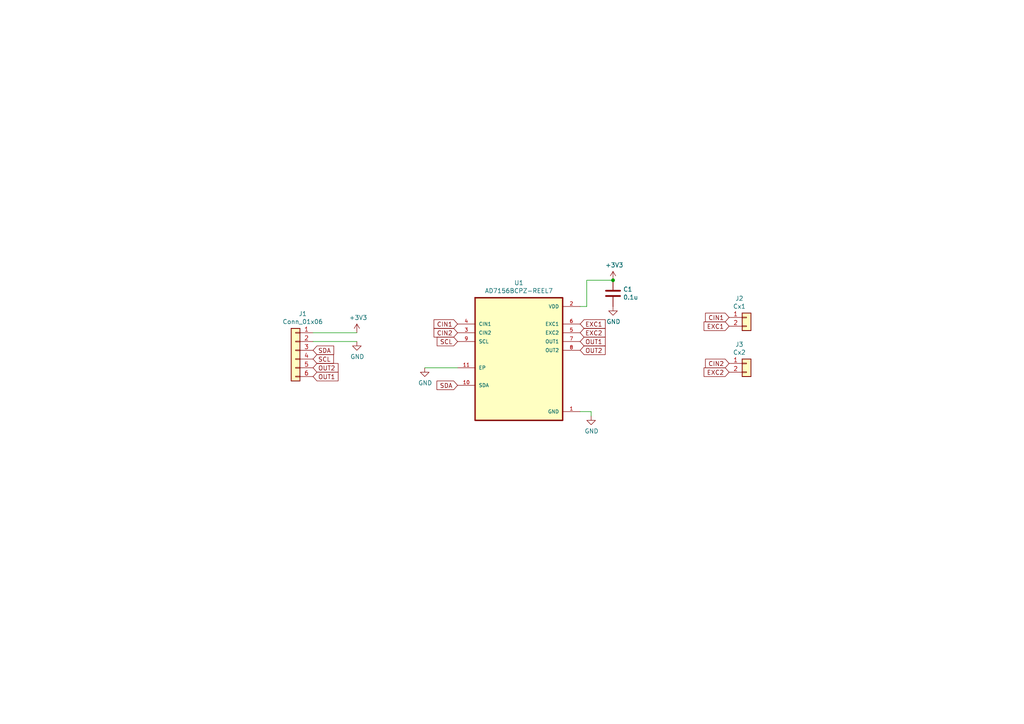
<source format=kicad_sch>
(kicad_sch (version 20211123) (generator eeschema)
  (paper "A4")
  (lib_symbols
    (symbol "AD7156BCPZ-REEL7:AD7156BCPZ-REEL7" (pin_names (offset 1.016))
      (property "Reference" "U" (at -12.7 18.7706 0))
      (property "Value" "AD7156BCPZ-REEL7_AD7156BCPZ-REEL7" (at -12.7 -21.7678 0))
      (symbol "AD7156BCPZ-REEL7_0_0"
        (rectangle (start -12.7 -17.78) (end 12.7 17.78) (stroke (width 0.4064)) (fill (type background)))
        (pin power_in line (at 17.78 -15.24 180) (length 5.08) (name "GND") (number "1"))
        (pin bidirectional line (at -17.78 -7.62 0) (length 5.08) (name "SDA") (number "10"))
        (pin bidirectional line (at -17.78 -2.54 0) (length 5.08) (name "EP") (number "11"))
        (pin power_in line (at 17.78 15.24 180) (length 5.08) (name "VDD") (number "2"))
        (pin input line (at -17.78 7.62 0) (length 5.08) (name "CIN2") (number "3"))
        (pin input line (at -17.78 10.16 0) (length 5.08) (name "CIN1") (number "4"))
        (pin output line (at 17.78 7.62 180) (length 5.08) (name "EXC2") (number "5"))
        (pin output line (at 17.78 10.16 180) (length 5.08) (name "EXC1") (number "6"))
        (pin output line (at 17.78 5.08 180) (length 5.08) (name "OUT1") (number "7"))
        (pin output line (at 17.78 2.54 180) (length 5.08) (name "OUT2") (number "8"))
        (pin input line (at -17.78 5.08 0) (length 5.08) (name "SCL") (number "9"))
      )
    )
    (symbol "Connector_Generic:Conn_01x02" (pin_names (offset 1.016) hide)
      (property "Reference" "J" (at 0 2.54 0))
      (property "Value" "Conn_01x02" (at 0 -5.08 0))
      (symbol "Conn_01x02_1_1"
        (rectangle (start -1.27 -2.413) (end 0 -2.667) (stroke (width 0.1524)))
        (rectangle (start -1.27 0.127) (end 0 -0.127) (stroke (width 0.1524)))
        (rectangle (start -1.27 1.27) (end 1.27 -3.81) (stroke (width 0.254)) (fill (type background)))
        (pin passive line (at -5.08 0 0) (length 3.81) (name "Pin_1") (number "1"))
        (pin passive line (at -5.08 -2.54 0) (length 3.81) (name "Pin_2") (number "2"))
      )
    )
    (symbol "Connector_Generic:Conn_01x06" (pin_names (offset 1.016) hide)
      (property "Reference" "J" (at 0 7.62 0))
      (property "Value" "Conn_01x06" (at 0 -10.16 0))
      (symbol "Conn_01x06_1_1"
        (rectangle (start -1.27 -7.493) (end 0 -7.747) (stroke (width 0.1524)))
        (rectangle (start -1.27 -4.953) (end 0 -5.207) (stroke (width 0.1524)))
        (rectangle (start -1.27 -2.413) (end 0 -2.667) (stroke (width 0.1524)))
        (rectangle (start -1.27 0.127) (end 0 -0.127) (stroke (width 0.1524)))
        (rectangle (start -1.27 2.667) (end 0 2.413) (stroke (width 0.1524)))
        (rectangle (start -1.27 5.207) (end 0 4.953) (stroke (width 0.1524)))
        (rectangle (start -1.27 6.35) (end 1.27 -8.89) (stroke (width 0.254)) (fill (type background)))
        (pin passive line (at -5.08 5.08 0) (length 3.81) (name "Pin_1") (number "1"))
        (pin passive line (at -5.08 2.54 0) (length 3.81) (name "Pin_2") (number "2"))
        (pin passive line (at -5.08 0 0) (length 3.81) (name "Pin_3") (number "3"))
        (pin passive line (at -5.08 -2.54 0) (length 3.81) (name "Pin_4") (number "4"))
        (pin passive line (at -5.08 -5.08 0) (length 3.81) (name "Pin_5") (number "5"))
        (pin passive line (at -5.08 -7.62 0) (length 3.81) (name "Pin_6") (number "6"))
      )
    )
    (symbol "Device:C" (pin_numbers hide) (pin_names (offset 0.254))
      (property "Reference" "C" (at 0.635 2.54 0))
      (property "Value" "C" (at 0.635 -2.54 0))
      (symbol "C_0_1"
        (polyline (pts (xy -2.032 -0.762) (xy 2.032 -0.762)) (stroke (width 0.508)))
        (polyline (pts (xy -2.032 0.762) (xy 2.032 0.762)) (stroke (width 0.508)))
      )
      (symbol "C_1_1"
        (pin passive line (at 0 3.81 270) (length 2.794) (name "~") (number "1"))
        (pin passive line (at 0 -3.81 90) (length 2.794) (name "~") (number "2"))
      )
    )
    (symbol "power:+3.3V" (power) (pin_names (offset 0))
      (property "Value" "+3.3V" (at 0 3.556 0))
      (symbol "+3.3V_0_1"
        (polyline (pts (xy -0.762 1.27) (xy 0 2.54)))
        (polyline (pts (xy 0 0) (xy 0 2.54)))
        (polyline (pts (xy 0 2.54) (xy 0.762 1.27)))
      )
      (symbol "+3.3V_1_1"
        (pin power_in line (at 0 0 90) (length 0) hide (name "+3V3") (number "1"))
      )
    )
    (symbol "power:GND" (power) (pin_names (offset 0))
      (property "Value" "GND" (at 0 -3.81 0))
      (symbol "GND_0_1"
        (polyline (pts (xy 0 0) (xy 0 -1.27) (xy 1.27 -1.27) (xy 0 -2.54) (xy -1.27 -1.27) (xy 0 -1.27)))
      )
      (symbol "GND_1_1"
        (pin power_in line (at 0 0 270) (length 0) hide (name "GND") (number "1"))
      )
    )
  )
  (junction (at 177.8 81.28))
  (wire (pts (xy 177.8 81.28) (xy 170.18 81.28)))
  (wire (pts (xy 168.275 88.9) (xy 170.18 88.9)))
  (wire (pts (xy 90.805 96.52) (xy 103.505 96.52)))
  (wire (pts (xy 171.45 119.38) (xy 171.45 120.65)))
  (wire (pts (xy 170.18 81.28) (xy 170.18 88.9)))
  (wire (pts (xy 103.505 99.06) (xy 90.805 99.06)))
  (wire (pts (xy 132.715 106.68) (xy 123.19 106.68)))
  (wire (pts (xy 168.275 119.38) (xy 171.45 119.38)))
  (global_label "CIN1" (shape input) (at 211.455 92.075 180) (property "Intersheet References" "${INTERSHEET_REFS}" (effects hide)))
  (global_label "OUT2" (shape input) (at 90.805 106.68 0) (property "Intersheet References" "${INTERSHEET_REFS}" (effects hide)))
  (global_label "OUT1" (shape input) (at 168.275 99.06 0) (property "Intersheet References" "${INTERSHEET_REFS}" (effects hide)))
  (global_label "SCL" (shape input) (at 90.805 104.14 0) (property "Intersheet References" "${INTERSHEET_REFS}" (effects hide)))
  (global_label "OUT2" (shape input) (at 168.275 101.6 0) (property "Intersheet References" "${INTERSHEET_REFS}" (effects hide)))
  (global_label "CIN1" (shape input) (at 132.715 93.98 180) (property "Intersheet References" "${INTERSHEET_REFS}" (effects hide)))
  (global_label "EXC1" (shape input) (at 211.455 94.615 180) (property "Intersheet References" "${INTERSHEET_REFS}" (effects hide)))
  (global_label "SDA" (shape input) (at 132.715 111.76 180) (property "Intersheet References" "${INTERSHEET_REFS}" (effects hide)))
  (global_label "OUT1" (shape input) (at 90.805 109.22 0) (property "Intersheet References" "${INTERSHEET_REFS}" (effects hide)))
  (global_label "CIN2" (shape input) (at 211.455 105.41 180) (property "Intersheet References" "${INTERSHEET_REFS}" (effects hide)))
  (global_label "EXC2" (shape input) (at 168.275 96.52 0) (property "Intersheet References" "${INTERSHEET_REFS}" (effects hide)))
  (global_label "EXC1" (shape input) (at 168.275 93.98 0) (property "Intersheet References" "${INTERSHEET_REFS}" (effects hide)))
  (global_label "SDA" (shape input) (at 90.805 101.6 0) (property "Intersheet References" "${INTERSHEET_REFS}" (effects hide)))
  (global_label "CIN2" (shape input) (at 132.715 96.52 180) (property "Intersheet References" "${INTERSHEET_REFS}" (effects hide)))
  (global_label "EXC2" (shape input) (at 211.455 107.95 180) (property "Intersheet References" "${INTERSHEET_REFS}" (effects hide)))
  (global_label "SCL" (shape input) (at 132.715 99.06 180) (property "Intersheet References" "${INTERSHEET_REFS}" (effects hide)))
  (symbol (lib_id "AD7156BCPZ-REEL7:AD7156BCPZ-REEL7") (at 150.495 104.14 0) (unit 1)
    (property "Reference" "U1" (at 150.495 82.042 0))
    (property "Value" "AD7156BCPZ-REEL7" (at 150.495 84.3534 0))
    (property "Footprint" "AD7156BCPZ-REEL7:SON50P300X300X80-11N" (effects hide))
  )
  (symbol (lib_id "power:+3.3V") (at 177.8 81.28 0) (unit 1)
    (property "Reference" "#PWR0101" (effects hide))
    (property "Value" "+3.3V" (at 178.181 76.8858 0))
  )
  (symbol (lib_id "power:GND") (at 171.45 120.65 0) (unit 1)
    (property "Reference" "#PWR0102" (effects hide))
    (property "Value" "GND" (at 171.577 125.0442 0))
  )
  (symbol (lib_id "Device:C") (at 177.8 85.09 0) (unit 1)
    (property "Reference" "C1" (at 180.721 83.9216 0) (effects (justify left)))
    (property "Value" "0.1u" (at 180.721 86.233 0) (effects (justify left)))
    (property "Footprint" "Capacitor_SMD:C_0603_1608Metric" (effects hide))
  )
  (symbol (lib_id "power:GND") (at 177.8 88.9 0) (unit 1)
    (property "Reference" "#PWR0103" (effects hide))
    (property "Value" "GND" (at 177.927 93.2942 0))
  )
  (symbol (lib_id "power:GND") (at 123.19 106.68 0) (unit 1)
    (property "Reference" "#PWR0104" (effects hide))
    (property "Value" "GND" (at 123.317 111.0742 0))
  )
  (symbol (lib_id "Connector_Generic:Conn_01x02") (at 216.535 92.075 0) (unit 1)
    (property "Reference" "J2" (at 214.4522 86.5632 0))
    (property "Value" "Cx1" (at 214.4522 88.8746 0))
    (property "Footprint" "Connector_PinSocket_2.54mm:PinSocket_1x02_P2.54mm_Vertical" (effects hide))
  )
  (symbol (lib_id "Connector_Generic:Conn_01x02") (at 216.535 105.41 0) (unit 1)
    (property "Reference" "J3" (at 214.4522 99.8982 0))
    (property "Value" "Cx2" (at 214.4522 102.2096 0))
    (property "Footprint" "Connector_PinSocket_2.54mm:PinSocket_1x02_P2.54mm_Vertical" (effects hide))
  )
  (symbol (lib_id "Connector_Generic:Conn_01x06") (at 85.725 101.6 0) (mirror y) (unit 1)
    (property "Reference" "J1" (at 87.8078 91.0082 0))
    (property "Value" "Conn_01x06" (at 87.8078 93.3196 0))
    (property "Footprint" "Connector_PinSocket_2.54mm:PinSocket_1x06_P2.54mm_Vertical" (effects hide))
  )
  (symbol (lib_id "power:+3.3V") (at 103.505 96.52 0) (unit 1)
    (property "Reference" "#PWR0105" (effects hide))
    (property "Value" "+3.3V" (at 103.886 92.1258 0))
  )
  (symbol (lib_id "power:GND") (at 103.505 99.06 0) (unit 1)
    (property "Reference" "#PWR0106" (effects hide))
    (property "Value" "GND" (at 103.632 103.4542 0))
  )
)
</source>
